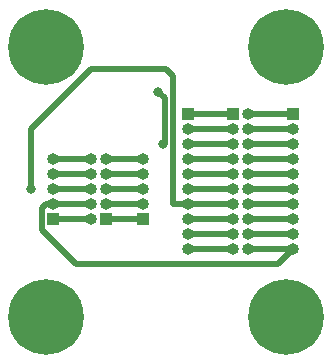
<source format=gbr>
%TF.GenerationSoftware,KiCad,Pcbnew,7.0.9-7.0.9~ubuntu22.04.1*%
%TF.CreationDate,2023-12-17T15:48:06-06:00*%
%TF.ProjectId,PacSat_JTAG_Interface,50616353-6174-45f4-9a54-41475f496e74,rev?*%
%TF.SameCoordinates,Original*%
%TF.FileFunction,Copper,L2,Bot*%
%TF.FilePolarity,Positive*%
%FSLAX46Y46*%
G04 Gerber Fmt 4.6, Leading zero omitted, Abs format (unit mm)*
G04 Created by KiCad (PCBNEW 7.0.9-7.0.9~ubuntu22.04.1) date 2023-12-17 15:48:06*
%MOMM*%
%LPD*%
G01*
G04 APERTURE LIST*
%TA.AperFunction,ComponentPad*%
%ADD10R,1.000000X1.000000*%
%TD*%
%TA.AperFunction,ComponentPad*%
%ADD11O,1.000000X1.000000*%
%TD*%
%TA.AperFunction,ComponentPad*%
%ADD12C,3.600000*%
%TD*%
%TA.AperFunction,ConnectorPad*%
%ADD13C,6.400000*%
%TD*%
%TA.AperFunction,ViaPad*%
%ADD14C,0.800000*%
%TD*%
%TA.AperFunction,Conductor*%
%ADD15C,0.508000*%
%TD*%
G04 APERTURE END LIST*
D10*
%TO.P,J1,1,Pin_1*%
%TO.N,+3.3V*%
X92602050Y-86690231D03*
D11*
%TO.P,J1,2,Pin_2*%
%TO.N,Net-(J1-Pin_2)*%
X91332050Y-86690231D03*
%TO.P,J1,3,Pin_3*%
%TO.N,GND*%
X92602050Y-85420231D03*
%TO.P,J1,4,Pin_4*%
%TO.N,Net-(J1-Pin_4)*%
X91332050Y-85420231D03*
%TO.P,J1,5,Pin_5*%
%TO.N,GND*%
X92602050Y-84150231D03*
%TO.P,J1,6,Pin_6*%
%TO.N,Net-(J1-Pin_6)*%
X91332050Y-84150231D03*
%TO.P,J1,7,Pin_7*%
%TO.N,Net-(J1-Pin_7)*%
X92602050Y-82880231D03*
%TO.P,J1,8,Pin_8*%
%TO.N,Net-(J1-Pin_8)*%
X91332050Y-82880231D03*
%TO.P,J1,9,Pin_9*%
%TO.N,GND*%
X92602050Y-81610231D03*
%TO.P,J1,10,Pin_10*%
%TO.N,Net-(J1-Pin_10)*%
X91332050Y-81610231D03*
%TD*%
D12*
%TO.P,H4,1,1*%
%TO.N,GND*%
X87522050Y-94945231D03*
D13*
X87522050Y-94945231D03*
%TD*%
D12*
%TO.P,H1,1,1*%
%TO.N,GND*%
X107842050Y-72085231D03*
D13*
X107842050Y-72085231D03*
%TD*%
D10*
%TO.P,J3,1,Pin_1*%
%TO.N,+3.3V*%
X95777050Y-86700231D03*
D11*
%TO.P,J3,2,Pin_2*%
%TO.N,GND*%
X95777050Y-85430231D03*
%TO.P,J3,3,Pin_3*%
X95777050Y-84160231D03*
%TO.P,J3,4,Pin_4*%
%TO.N,Net-(J1-Pin_7)*%
X95777050Y-82890231D03*
%TO.P,J3,5,Pin_5*%
%TO.N,GND*%
X95777050Y-81620231D03*
%TD*%
D10*
%TO.P,J5,1,Pin_1*%
%TO.N,Net-(J1-Pin_2)*%
X99587050Y-77800231D03*
D11*
%TO.P,J5,2,Pin_2*%
%TO.N,Net-(J2-Pin_3)*%
X99587050Y-79070231D03*
%TO.P,J5,3,Pin_3*%
%TO.N,Net-(J1-Pin_8)*%
X99587050Y-80340231D03*
%TO.P,J5,4,Pin_4*%
%TO.N,Net-(J2-Pin_7)*%
X99587050Y-81610231D03*
%TO.P,J5,5,Pin_5*%
%TO.N,Net-(J2-Pin_9)*%
X99587050Y-82880231D03*
%TO.P,J5,6,Pin_6*%
%TO.N,Net-(J2-Pin_11)*%
X99587050Y-84150231D03*
%TO.P,J5,7,Pin_7*%
%TO.N,Net-(J1-Pin_6)*%
X99587050Y-85420231D03*
%TO.P,J5,8,Pin_8*%
%TO.N,GND*%
X99587050Y-86690231D03*
%TO.P,J5,9,Pin_9*%
%TO.N,Net-(J1-Pin_7)*%
X99587050Y-87960231D03*
%TO.P,J5,10,Pin_10*%
%TO.N,Net-(J2-Pin_19)*%
X99587050Y-89230231D03*
%TD*%
D10*
%TO.P,J2,1,Pin_1*%
%TO.N,Net-(J1-Pin_2)*%
X103397050Y-77800231D03*
D11*
%TO.P,J2,2,Pin_2*%
%TO.N,Net-(J2-Pin_2)*%
X104667050Y-77800231D03*
%TO.P,J2,3,Pin_3*%
%TO.N,Net-(J2-Pin_3)*%
X103397050Y-79070231D03*
%TO.P,J2,4,Pin_4*%
%TO.N,Net-(J2-Pin_4)*%
X104667050Y-79070231D03*
%TO.P,J2,5,Pin_5*%
%TO.N,Net-(J1-Pin_8)*%
X103397050Y-80340231D03*
%TO.P,J2,6,Pin_6*%
%TO.N,Net-(J2-Pin_6)*%
X104667050Y-80340231D03*
%TO.P,J2,7,Pin_7*%
%TO.N,Net-(J2-Pin_7)*%
X103397050Y-81610231D03*
%TO.P,J2,8,Pin_8*%
%TO.N,Net-(J2-Pin_8)*%
X104667050Y-81610231D03*
%TO.P,J2,9,Pin_9*%
%TO.N,Net-(J2-Pin_9)*%
X103397050Y-82880231D03*
%TO.P,J2,10,Pin_10*%
%TO.N,GND*%
X104667050Y-82880231D03*
%TO.P,J2,11,Pin_11*%
%TO.N,Net-(J2-Pin_11)*%
X103397050Y-84150231D03*
%TO.P,J2,12,Pin_12*%
%TO.N,Net-(J1-Pin_10)*%
X104667050Y-84150231D03*
%TO.P,J2,13,Pin_13*%
%TO.N,Net-(J1-Pin_6)*%
X103397050Y-85420231D03*
%TO.P,J2,14,Pin_14*%
%TO.N,Net-(J2-Pin_14)*%
X104667050Y-85420231D03*
%TO.P,J2,15,Pin_15*%
%TO.N,GND*%
X103397050Y-86690231D03*
%TO.P,J2,16,Pin_16*%
%TO.N,Net-(J2-Pin_16)*%
X104667050Y-86690231D03*
%TO.P,J2,17,Pin_17*%
%TO.N,Net-(J1-Pin_7)*%
X103397050Y-87960231D03*
%TO.P,J2,18,Pin_18*%
%TO.N,GND*%
X104667050Y-87960231D03*
%TO.P,J2,19,Pin_19*%
%TO.N,Net-(J2-Pin_19)*%
X103397050Y-89230231D03*
%TO.P,J2,20,Pin_20*%
%TO.N,Net-(J1-Pin_4)*%
X104667050Y-89230231D03*
%TD*%
D10*
%TO.P,J4,1,Pin_1*%
%TO.N,Net-(J1-Pin_2)*%
X88157050Y-86699520D03*
D11*
%TO.P,J4,2,Pin_2*%
%TO.N,Net-(J1-Pin_4)*%
X88157050Y-85429520D03*
%TO.P,J4,3,Pin_3*%
%TO.N,Net-(J1-Pin_6)*%
X88157050Y-84159520D03*
%TO.P,J4,4,Pin_4*%
%TO.N,Net-(J1-Pin_8)*%
X88157050Y-82889520D03*
%TO.P,J4,5,Pin_5*%
%TO.N,Net-(J1-Pin_10)*%
X88157050Y-81619520D03*
%TD*%
D10*
%TO.P,J6,1,Pin_1*%
%TO.N,Net-(J2-Pin_2)*%
X108477050Y-77800231D03*
D11*
%TO.P,J6,2,Pin_2*%
%TO.N,Net-(J2-Pin_4)*%
X108477050Y-79070231D03*
%TO.P,J6,3,Pin_3*%
%TO.N,Net-(J2-Pin_6)*%
X108477050Y-80340231D03*
%TO.P,J6,4,Pin_4*%
%TO.N,Net-(J2-Pin_8)*%
X108477050Y-81610231D03*
%TO.P,J6,5,Pin_5*%
%TO.N,GND*%
X108477050Y-82880231D03*
%TO.P,J6,6,Pin_6*%
%TO.N,Net-(J1-Pin_10)*%
X108477050Y-84150231D03*
%TO.P,J6,7,Pin_7*%
%TO.N,Net-(J2-Pin_14)*%
X108477050Y-85420231D03*
%TO.P,J6,8,Pin_8*%
%TO.N,Net-(J2-Pin_16)*%
X108477050Y-86690231D03*
%TO.P,J6,9,Pin_9*%
%TO.N,GND*%
X108477050Y-87960231D03*
%TO.P,J6,10,Pin_10*%
%TO.N,Net-(J1-Pin_4)*%
X108477050Y-89230231D03*
%TD*%
D12*
%TO.P,H3,1,1*%
%TO.N,GND*%
X87522050Y-72085231D03*
D13*
X87522050Y-72085231D03*
%TD*%
D12*
%TO.P,H2,1,1*%
%TO.N,GND*%
X107842050Y-94945231D03*
D13*
X107842050Y-94945231D03*
%TD*%
D14*
%TO.N,Net-(J1-Pin_6)*%
X86252050Y-84150231D03*
%TO.N,Net-(J1-Pin_10)*%
X97047050Y-75895231D03*
X97463550Y-80340231D03*
%TD*%
D15*
%TO.N,+3.3V*%
X92602050Y-86690231D02*
X95767050Y-86690231D01*
%TO.N,Net-(J1-Pin_2)*%
X99587050Y-77800231D02*
X103397050Y-77800231D01*
X88157050Y-86699520D02*
X91322761Y-86699520D01*
%TO.N,GND*%
X104667050Y-82880231D02*
X108477050Y-82880231D01*
X108477050Y-87960231D02*
X104667050Y-87960231D01*
X99587050Y-86690231D02*
X103397050Y-86690231D01*
X92602050Y-84150231D02*
X95767050Y-84150231D01*
X92602050Y-85420231D02*
X95767050Y-85420231D01*
X92602050Y-81610231D02*
X95767050Y-81610231D01*
%TO.N,Net-(J1-Pin_4)*%
X90062050Y-90500231D02*
X107207050Y-90500231D01*
X88157050Y-85429520D02*
X87519050Y-85429520D01*
X87519050Y-85429520D02*
X87203050Y-85745520D01*
X87203050Y-87641231D02*
X90062050Y-90500231D01*
X107207050Y-90500231D02*
X108477050Y-89230231D01*
X108477050Y-89230231D02*
X104667050Y-89230231D01*
X91332050Y-85420231D02*
X88166339Y-85420231D01*
X87203050Y-85745520D02*
X87203050Y-87641231D01*
%TO.N,Net-(J1-Pin_6)*%
X99587050Y-85420231D02*
X98317050Y-85420231D01*
X86252050Y-79070231D02*
X86252050Y-84150231D01*
X98317050Y-85420231D02*
X98317050Y-74562970D01*
X97744311Y-73990231D02*
X91332050Y-73990231D01*
X99587050Y-85420231D02*
X103397050Y-85420231D01*
X91332050Y-84150231D02*
X88166339Y-84150231D01*
X91332050Y-73990231D02*
X86252050Y-79070231D01*
X98317050Y-74562970D02*
X97744311Y-73990231D01*
%TO.N,Net-(J1-Pin_7)*%
X99587050Y-87960231D02*
X103397050Y-87960231D01*
X92602050Y-82880231D02*
X95767050Y-82880231D01*
%TO.N,Net-(J1-Pin_8)*%
X91332050Y-82880231D02*
X88166339Y-82880231D01*
X99587050Y-80340231D02*
X103397050Y-80340231D01*
%TO.N,Net-(J1-Pin_10)*%
X97609050Y-80340231D02*
X97463550Y-80340231D01*
X97609050Y-76457231D02*
X97609050Y-80340231D01*
X91332050Y-81610231D02*
X88166339Y-81610231D01*
X104667050Y-84150231D02*
X108477050Y-84150231D01*
X97047050Y-75895231D02*
X97609050Y-76457231D01*
%TO.N,Net-(J2-Pin_2)*%
X104667050Y-77800231D02*
X108477050Y-77800231D01*
%TO.N,Net-(J2-Pin_4)*%
X104667050Y-79070231D02*
X108477050Y-79070231D01*
%TO.N,Net-(J2-Pin_6)*%
X104667050Y-80340231D02*
X108477050Y-80340231D01*
%TO.N,Net-(J2-Pin_14)*%
X104667050Y-85420231D02*
X108477050Y-85420231D01*
%TO.N,Net-(J2-Pin_19)*%
X99587050Y-89230231D02*
X103397050Y-89230231D01*
%TO.N,Net-(J2-Pin_3)*%
X99587050Y-79070231D02*
X103397050Y-79070231D01*
%TO.N,Net-(J2-Pin_7)*%
X99587050Y-81610231D02*
X103397050Y-81610231D01*
%TO.N,Net-(J2-Pin_8)*%
X104667050Y-81610231D02*
X108477050Y-81610231D01*
%TO.N,Net-(J2-Pin_9)*%
X99587050Y-82880231D02*
X103397050Y-82880231D01*
%TO.N,Net-(J2-Pin_11)*%
X99587050Y-84150231D02*
X103397050Y-84150231D01*
%TO.N,Net-(J2-Pin_16)*%
X108477050Y-86690231D02*
X104667050Y-86690231D01*
%TD*%
M02*

</source>
